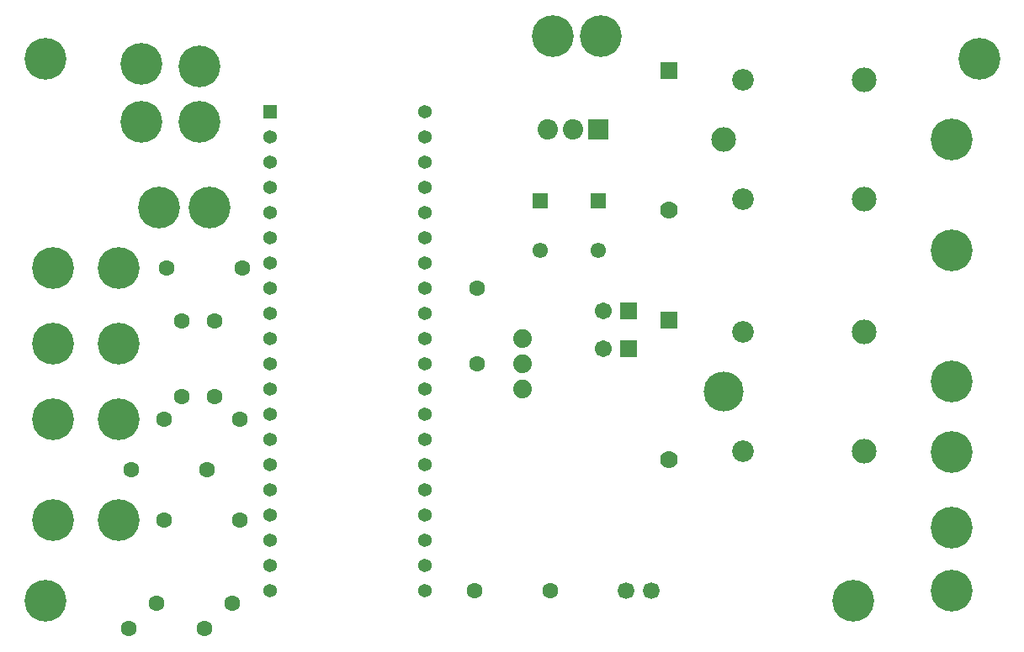
<source format=gbs>
G04 Layer_Color=16711935*
%FSLAX44Y44*%
%MOMM*%
G71*
G01*
G75*
%ADD34C,1.6032*%
%ADD35C,1.6832*%
%ADD36C,4.2032*%
%ADD37C,1.7782*%
%ADD38R,1.7782X1.7782*%
%ADD39R,1.3622X1.3622*%
%ADD40C,1.3622*%
%ADD41C,2.4892*%
%ADD42C,2.1832*%
%ADD43C,4.0132*%
%ADD44C,1.8796*%
%ADD45C,2.0482*%
%ADD46R,2.0482X2.0482*%
%ADD47C,1.7032*%
%ADD48R,1.7032X1.7032*%
%ADD49R,1.5532X1.5532*%
%ADD50C,1.5532*%
D34*
X495300Y60960D02*
D03*
X571500D02*
D03*
X182880Y132080D02*
D03*
X259080D02*
D03*
X149860Y182880D02*
D03*
X226060D02*
D03*
X182880Y233680D02*
D03*
X259080D02*
D03*
X497840Y365760D02*
D03*
Y289560D02*
D03*
X185420Y386080D02*
D03*
X261620D02*
D03*
X175260Y48260D02*
D03*
X251460D02*
D03*
X147320Y22860D02*
D03*
X223520D02*
D03*
X233680Y332740D02*
D03*
Y256540D02*
D03*
X200660Y332740D02*
D03*
Y256540D02*
D03*
D35*
X673100Y60960D02*
D03*
X647700D02*
D03*
D36*
X71120Y132080D02*
D03*
X137160D02*
D03*
X71120Y233680D02*
D03*
X137160D02*
D03*
X71120Y309880D02*
D03*
X137160D02*
D03*
X71120Y386080D02*
D03*
X137160D02*
D03*
X975360Y403860D02*
D03*
Y515620D02*
D03*
Y60960D02*
D03*
Y124460D02*
D03*
X574040Y619760D02*
D03*
X622300D02*
D03*
X975360Y200660D02*
D03*
Y271780D02*
D03*
X228600Y447040D02*
D03*
X177800D02*
D03*
X160020Y533400D02*
D03*
Y591820D02*
D03*
X218440Y533400D02*
D03*
Y589280D02*
D03*
X63500Y596900D02*
D03*
X1003300D02*
D03*
X876300Y50800D02*
D03*
X63500D02*
D03*
D37*
X690880Y444500D02*
D03*
Y193040D02*
D03*
D38*
Y585500D02*
D03*
Y334040D02*
D03*
D39*
X289560Y543560D02*
D03*
D40*
Y518160D02*
D03*
Y492760D02*
D03*
Y467360D02*
D03*
Y441960D02*
D03*
Y416560D02*
D03*
Y391160D02*
D03*
Y365760D02*
D03*
Y340360D02*
D03*
Y314960D02*
D03*
Y289560D02*
D03*
Y264160D02*
D03*
Y238760D02*
D03*
Y213360D02*
D03*
Y187960D02*
D03*
Y162560D02*
D03*
Y137160D02*
D03*
Y111760D02*
D03*
Y86360D02*
D03*
Y60960D02*
D03*
X445140D02*
D03*
Y86360D02*
D03*
Y111760D02*
D03*
Y137160D02*
D03*
Y162560D02*
D03*
Y187960D02*
D03*
Y213360D02*
D03*
Y238760D02*
D03*
Y264160D02*
D03*
Y289560D02*
D03*
Y314960D02*
D03*
Y340360D02*
D03*
Y365760D02*
D03*
Y391160D02*
D03*
Y416560D02*
D03*
Y441960D02*
D03*
Y467360D02*
D03*
Y492760D02*
D03*
Y518160D02*
D03*
Y543560D02*
D03*
D41*
X887770Y575620D02*
D03*
Y455620D02*
D03*
X745770Y515620D02*
D03*
X887770Y321620D02*
D03*
Y201620D02*
D03*
D42*
X765770Y455620D02*
D03*
Y575620D02*
D03*
Y201620D02*
D03*
Y321620D02*
D03*
D43*
X745770Y261620D02*
D03*
D44*
X543560Y314960D02*
D03*
Y289560D02*
D03*
Y264160D02*
D03*
D45*
X568960Y525780D02*
D03*
X594360D02*
D03*
D46*
X619760D02*
D03*
D47*
X624840Y342900D02*
D03*
Y304800D02*
D03*
D48*
X650240Y342900D02*
D03*
Y304800D02*
D03*
D49*
X561340Y454260D02*
D03*
X619760D02*
D03*
D50*
X561340Y404260D02*
D03*
X619760D02*
D03*
M02*

</source>
